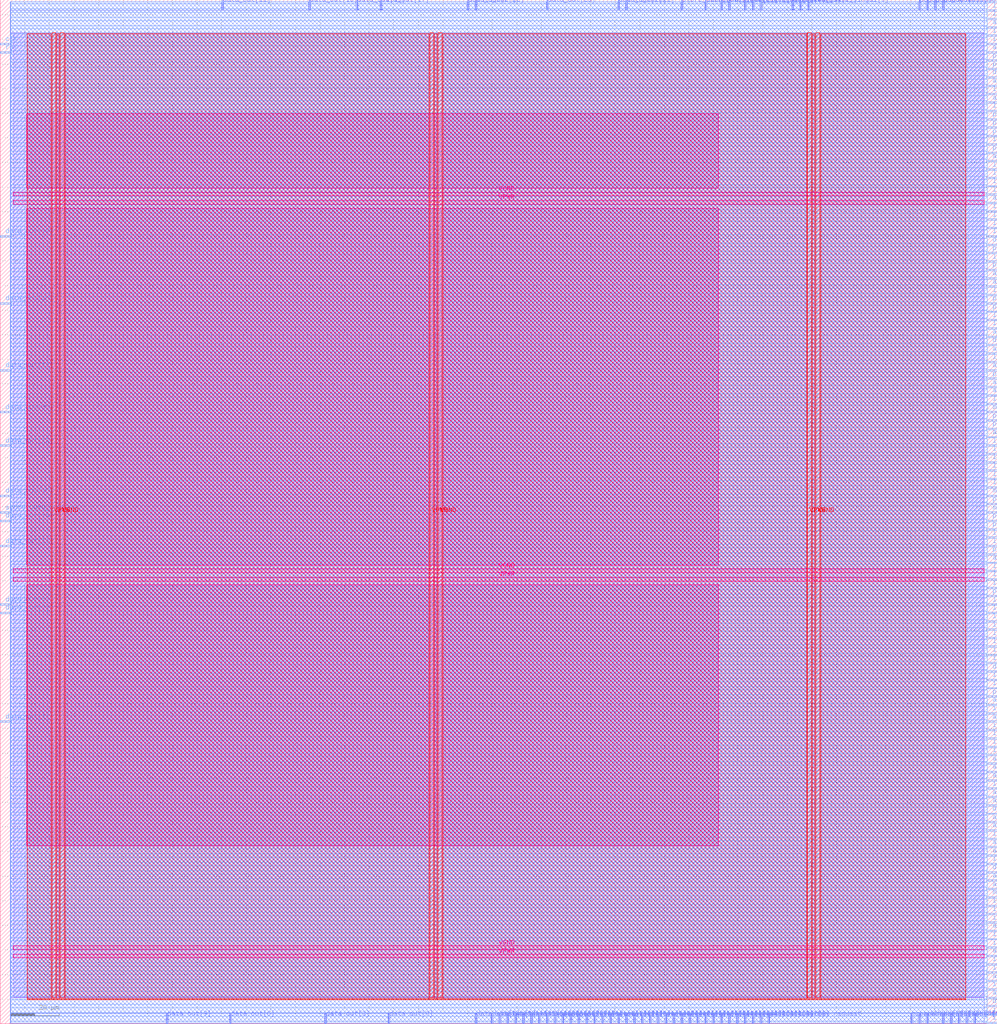
<source format=lef>
VERSION 5.7 ;
  NOWIREEXTENSIONATPIN ON ;
  DIVIDERCHAR "/" ;
  BUSBITCHARS "[]" ;
MACRO core
  CLASS BLOCK ;
  FOREIGN core ;
  ORIGIN 0.000 0.000 ;
  SIZE 405.355 BY 416.075 ;
  PIN VGND
    DIRECTION INOUT ;
    USE GROUND ;
    PORT
      LAYER met4 ;
        RECT 24.340 10.640 25.940 402.800 ;
    END
    PORT
      LAYER met4 ;
        RECT 177.940 10.640 179.540 402.800 ;
    END
    PORT
      LAYER met4 ;
        RECT 331.540 10.640 333.140 402.800 ;
    END
    PORT
      LAYER met5 ;
        RECT 5.280 30.030 399.980 31.630 ;
    END
    PORT
      LAYER met5 ;
        RECT 5.280 183.210 399.980 184.810 ;
    END
    PORT
      LAYER met5 ;
        RECT 5.280 336.390 399.980 337.990 ;
    END
  END VGND
  PIN VPWR
    DIRECTION INOUT ;
    USE POWER ;
    PORT
      LAYER met4 ;
        RECT 21.040 10.640 22.640 402.800 ;
    END
    PORT
      LAYER met4 ;
        RECT 174.640 10.640 176.240 402.800 ;
    END
    PORT
      LAYER met4 ;
        RECT 328.240 10.640 329.840 402.800 ;
    END
    PORT
      LAYER met5 ;
        RECT 5.280 26.730 399.980 28.330 ;
    END
    PORT
      LAYER met5 ;
        RECT 5.280 179.910 399.980 181.510 ;
    END
    PORT
      LAYER met5 ;
        RECT 5.280 333.090 399.980 334.690 ;
    END
  END VPWR
  PIN alu_out_address[0]
    DIRECTION OUTPUT ;
    USE SIGNAL ;
    ANTENNADIFFAREA 0.445500 ;
    PORT
      LAYER met3 ;
        RECT 401.355 394.440 405.355 395.040 ;
    END
  END alu_out_address[0]
  PIN alu_out_address[10]
    DIRECTION OUTPUT ;
    USE SIGNAL ;
    ANTENNADIFFAREA 0.445500 ;
    PORT
      LAYER met3 ;
        RECT 401.355 17.040 405.355 17.640 ;
    END
  END alu_out_address[10]
  PIN alu_out_address[11]
    DIRECTION OUTPUT ;
    USE SIGNAL ;
    ANTENNADIFFAREA 0.445500 ;
    PORT
      LAYER met3 ;
        RECT 401.355 187.040 405.355 187.640 ;
    END
  END alu_out_address[11]
  PIN alu_out_address[12]
    DIRECTION OUTPUT ;
    USE SIGNAL ;
    ANTENNADIFFAREA 0.445500 ;
    PORT
      LAYER met3 ;
        RECT 401.355 27.240 405.355 27.840 ;
    END
  END alu_out_address[12]
  PIN alu_out_address[13]
    DIRECTION OUTPUT ;
    USE SIGNAL ;
    ANTENNADIFFAREA 0.445500 ;
    PORT
      LAYER met3 ;
        RECT 401.355 105.440 405.355 106.040 ;
    END
  END alu_out_address[13]
  PIN alu_out_address[14]
    DIRECTION OUTPUT ;
    USE SIGNAL ;
    ANTENNADIFFAREA 0.445500 ;
    PORT
      LAYER met3 ;
        RECT 401.355 98.640 405.355 99.240 ;
    END
  END alu_out_address[14]
  PIN alu_out_address[15]
    DIRECTION OUTPUT ;
    USE SIGNAL ;
    ANTENNADIFFAREA 0.445500 ;
    PORT
      LAYER met3 ;
        RECT 401.355 88.440 405.355 89.040 ;
    END
  END alu_out_address[15]
  PIN alu_out_address[16]
    DIRECTION OUTPUT ;
    USE SIGNAL ;
    ANTENNADIFFAREA 0.445500 ;
    PORT
      LAYER met3 ;
        RECT 401.355 71.440 405.355 72.040 ;
    END
  END alu_out_address[16]
  PIN alu_out_address[17]
    DIRECTION OUTPUT ;
    USE SIGNAL ;
    ANTENNADIFFAREA 0.445500 ;
    PORT
      LAYER met3 ;
        RECT 401.355 374.040 405.355 374.640 ;
    END
  END alu_out_address[17]
  PIN alu_out_address[18]
    DIRECTION OUTPUT ;
    USE SIGNAL ;
    ANTENNADIFFAREA 0.445500 ;
    PORT
      LAYER met3 ;
        RECT 401.355 81.640 405.355 82.240 ;
    END
  END alu_out_address[18]
  PIN alu_out_address[19]
    DIRECTION OUTPUT ;
    USE SIGNAL ;
    ANTENNADIFFAREA 0.445500 ;
    PORT
      LAYER met3 ;
        RECT 401.355 238.040 405.355 238.640 ;
    END
  END alu_out_address[19]
  PIN alu_out_address[1]
    DIRECTION OUTPUT ;
    USE SIGNAL ;
    ANTENNADIFFAREA 0.445500 ;
    PORT
      LAYER met3 ;
        RECT 401.355 404.640 405.355 405.240 ;
    END
  END alu_out_address[1]
  PIN alu_out_address[20]
    DIRECTION OUTPUT ;
    USE SIGNAL ;
    ANTENNADIFFAREA 0.445500 ;
    PORT
      LAYER met3 ;
        RECT 401.355 37.440 405.355 38.040 ;
    END
  END alu_out_address[20]
  PIN alu_out_address[21]
    DIRECTION OUTPUT ;
    USE SIGNAL ;
    ANTENNADIFFAREA 0.445500 ;
    PORT
      LAYER met3 ;
        RECT 401.355 333.240 405.355 333.840 ;
    END
  END alu_out_address[21]
  PIN alu_out_address[22]
    DIRECTION OUTPUT ;
    USE SIGNAL ;
    ANTENNADIFFAREA 0.445500 ;
    PORT
      LAYER met3 ;
        RECT 401.355 10.240 405.355 10.840 ;
    END
  END alu_out_address[22]
  PIN alu_out_address[23]
    DIRECTION OUTPUT ;
    USE SIGNAL ;
    ANTENNADIFFAREA 0.445500 ;
    PORT
      LAYER met3 ;
        RECT 401.355 302.640 405.355 303.240 ;
    END
  END alu_out_address[23]
  PIN alu_out_address[24]
    DIRECTION OUTPUT ;
    USE SIGNAL ;
    ANTENNADIFFAREA 0.445500 ;
    PORT
      LAYER met3 ;
        RECT 401.355 299.240 405.355 299.840 ;
    END
  END alu_out_address[24]
  PIN alu_out_address[25]
    DIRECTION OUTPUT ;
    USE SIGNAL ;
    ANTENNADIFFAREA 0.445500 ;
    PORT
      LAYER met3 ;
        RECT 401.355 258.440 405.355 259.040 ;
    END
  END alu_out_address[25]
  PIN alu_out_address[26]
    DIRECTION OUTPUT ;
    USE SIGNAL ;
    ANTENNADIFFAREA 0.445500 ;
    PORT
      LAYER met3 ;
        RECT 401.355 350.240 405.355 350.840 ;
    END
  END alu_out_address[26]
  PIN alu_out_address[27]
    DIRECTION OUTPUT ;
    USE SIGNAL ;
    ANTENNADIFFAREA 0.445500 ;
    PORT
      LAYER met3 ;
        RECT 401.355 278.840 405.355 279.440 ;
    END
  END alu_out_address[27]
  PIN alu_out_address[28]
    DIRECTION OUTPUT ;
    USE SIGNAL ;
    ANTENNADIFFAREA 0.445500 ;
    PORT
      LAYER met3 ;
        RECT 401.355 380.840 405.355 381.440 ;
    END
  END alu_out_address[28]
  PIN alu_out_address[29]
    DIRECTION OUTPUT ;
    USE SIGNAL ;
    ANTENNADIFFAREA 0.445500 ;
    PORT
      LAYER met3 ;
        RECT 401.355 272.040 405.355 272.640 ;
    END
  END alu_out_address[29]
  PIN alu_out_address[2]
    DIRECTION OUTPUT ;
    USE SIGNAL ;
    ANTENNADIFFAREA 0.445500 ;
    PORT
      LAYER met3 ;
        RECT 401.355 54.440 405.355 55.040 ;
    END
  END alu_out_address[2]
  PIN alu_out_address[30]
    DIRECTION OUTPUT ;
    USE SIGNAL ;
    ANTENNADIFFAREA 0.445500 ;
    PORT
      LAYER met3 ;
        RECT 401.355 265.240 405.355 265.840 ;
    END
  END alu_out_address[30]
  PIN alu_out_address[31]
    DIRECTION OUTPUT ;
    USE SIGNAL ;
    ANTENNADIFFAREA 0.445500 ;
    PORT
      LAYER met3 ;
        RECT 401.355 255.040 405.355 255.640 ;
    END
  END alu_out_address[31]
  PIN alu_out_address[3]
    DIRECTION OUTPUT ;
    USE SIGNAL ;
    ANTENNADIFFAREA 0.445500 ;
    PORT
      LAYER met3 ;
        RECT 401.355 129.240 405.355 129.840 ;
    END
  END alu_out_address[3]
  PIN alu_out_address[4]
    DIRECTION OUTPUT ;
    USE SIGNAL ;
    ANTENNADIFFAREA 0.445500 ;
    PORT
      LAYER met3 ;
        RECT 401.355 57.840 405.355 58.440 ;
    END
  END alu_out_address[4]
  PIN alu_out_address[5]
    DIRECTION OUTPUT ;
    USE SIGNAL ;
    ANTENNADIFFAREA 0.445500 ;
    PORT
      LAYER met3 ;
        RECT 401.355 68.040 405.355 68.640 ;
    END
  END alu_out_address[5]
  PIN alu_out_address[6]
    DIRECTION OUTPUT ;
    USE SIGNAL ;
    ANTENNADIFFAREA 0.445500 ;
    PORT
      LAYER met3 ;
        RECT 401.355 78.240 405.355 78.840 ;
    END
  END alu_out_address[6]
  PIN alu_out_address[7]
    DIRECTION OUTPUT ;
    USE SIGNAL ;
    ANTENNADIFFAREA 0.445500 ;
    PORT
      LAYER met3 ;
        RECT 401.355 102.040 405.355 102.640 ;
    END
  END alu_out_address[7]
  PIN alu_out_address[8]
    DIRECTION OUTPUT ;
    USE SIGNAL ;
    ANTENNADIFFAREA 0.445500 ;
    PORT
      LAYER met3 ;
        RECT 401.355 91.840 405.355 92.440 ;
    END
  END alu_out_address[8]
  PIN alu_out_address[9]
    DIRECTION OUTPUT ;
    USE SIGNAL ;
    ANTENNADIFFAREA 0.445500 ;
    PORT
      LAYER met3 ;
        RECT 401.355 122.440 405.355 123.040 ;
    END
  END alu_out_address[9]
  PIN clk
    DIRECTION INPUT ;
    USE SIGNAL ;
    ANTENNAGATEAREA 178.238998 ;
    PORT
      LAYER met3 ;
        RECT 0.000 397.840 4.000 398.440 ;
    END
  END clk
  PIN data_mem_request
    DIRECTION OUTPUT ;
    USE SIGNAL ;
    ANTENNADIFFAREA 0.445500 ;
    PORT
      LAYER met3 ;
        RECT 401.355 85.040 405.355 85.640 ;
    END
  END data_mem_request
  PIN data_mem_valid
    DIRECTION INPUT ;
    USE SIGNAL ;
    ANTENNAGATEAREA 0.196500 ;
    PORT
      LAYER met3 ;
        RECT 401.355 142.840 405.355 143.440 ;
    END
  END data_mem_valid
  PIN data_mem_we_re
    DIRECTION OUTPUT ;
    USE SIGNAL ;
    ANTENNADIFFAREA 0.445500 ;
    PORT
      LAYER met3 ;
        RECT 401.355 61.240 405.355 61.840 ;
    END
  END data_mem_we_re
  PIN data_out[0]
    DIRECTION OUTPUT ;
    USE SIGNAL ;
    ANTENNADIFFAREA 0.445500 ;
    PORT
      LAYER met2 ;
        RECT 157.870 0.000 158.150 4.000 ;
    END
  END data_out[0]
  PIN data_out[10]
    DIRECTION OUTPUT ;
    USE SIGNAL ;
    ANTENNADIFFAREA 0.445500 ;
    PORT
      LAYER met3 ;
        RECT 0.000 292.440 4.000 293.040 ;
    END
  END data_out[10]
  PIN data_out[11]
    DIRECTION OUTPUT ;
    USE SIGNAL ;
    ANTENNADIFFAREA 0.795200 ;
    PORT
      LAYER met2 ;
        RECT 90.250 412.075 90.530 416.075 ;
    END
  END data_out[11]
  PIN data_out[12]
    DIRECTION OUTPUT ;
    USE SIGNAL ;
    ANTENNADIFFAREA 0.445500 ;
    PORT
      LAYER met3 ;
        RECT 0.000 265.240 4.000 265.840 ;
    END
  END data_out[12]
  PIN data_out[13]
    DIRECTION OUTPUT ;
    USE SIGNAL ;
    ANTENNADIFFAREA 0.795200 ;
    PORT
      LAYER met2 ;
        RECT 144.990 412.075 145.270 416.075 ;
    END
  END data_out[13]
  PIN data_out[14]
    DIRECTION OUTPUT ;
    USE SIGNAL ;
    ANTENNADIFFAREA 0.445500 ;
    PORT
      LAYER met3 ;
        RECT 0.000 204.040 4.000 204.640 ;
    END
  END data_out[14]
  PIN data_out[15]
    DIRECTION OUTPUT ;
    USE SIGNAL ;
    ANTENNADIFFAREA 0.445500 ;
    PORT
      LAYER met3 ;
        RECT 0.000 214.240 4.000 214.840 ;
    END
  END data_out[15]
  PIN data_out[16]
    DIRECTION OUTPUT ;
    USE SIGNAL ;
    ANTENNADIFFAREA 0.795200 ;
    PORT
      LAYER met2 ;
        RECT 125.670 412.075 125.950 416.075 ;
    END
  END data_out[16]
  PIN data_out[17]
    DIRECTION OUTPUT ;
    USE SIGNAL ;
    ANTENNADIFFAREA 0.795200 ;
    PORT
      LAYER met2 ;
        RECT 154.650 412.075 154.930 416.075 ;
    END
  END data_out[17]
  PIN data_out[18]
    DIRECTION OUTPUT ;
    USE SIGNAL ;
    ANTENNADIFFAREA 0.445500 ;
    PORT
      LAYER met3 ;
        RECT 0.000 234.640 4.000 235.240 ;
    END
  END data_out[18]
  PIN data_out[19]
    DIRECTION OUTPUT ;
    USE SIGNAL ;
    ANTENNADIFFAREA 0.445500 ;
    PORT
      LAYER met3 ;
        RECT 0.000 319.640 4.000 320.240 ;
    END
  END data_out[19]
  PIN data_out[1]
    DIRECTION OUTPUT ;
    USE SIGNAL ;
    ANTENNADIFFAREA 0.445500 ;
    PORT
      LAYER met2 ;
        RECT 199.730 0.000 200.010 4.000 ;
    END
  END data_out[1]
  PIN data_out[20]
    DIRECTION OUTPUT ;
    USE SIGNAL ;
    ANTENNADIFFAREA 0.445500 ;
    PORT
      LAYER met3 ;
        RECT 401.355 316.240 405.355 316.840 ;
    END
  END data_out[20]
  PIN data_out[21]
    DIRECTION OUTPUT ;
    USE SIGNAL ;
    ANTENNADIFFAREA 0.795200 ;
    PORT
      LAYER met2 ;
        RECT 254.470 412.075 254.750 416.075 ;
    END
  END data_out[21]
  PIN data_out[22]
    DIRECTION OUTPUT ;
    USE SIGNAL ;
    ANTENNADIFFAREA 0.795200 ;
    PORT
      LAYER met2 ;
        RECT 193.290 412.075 193.570 416.075 ;
    END
  END data_out[22]
  PIN data_out[23]
    DIRECTION OUTPUT ;
    USE SIGNAL ;
    ANTENNADIFFAREA 0.795200 ;
    PORT
      LAYER met2 ;
        RECT 222.270 412.075 222.550 416.075 ;
    END
  END data_out[23]
  PIN data_out[24]
    DIRECTION OUTPUT ;
    USE SIGNAL ;
    ANTENNADIFFAREA 0.891000 ;
    PORT
      LAYER met3 ;
        RECT 401.355 275.440 405.355 276.040 ;
    END
  END data_out[24]
  PIN data_out[25]
    DIRECTION OUTPUT ;
    USE SIGNAL ;
    ANTENNADIFFAREA 0.445500 ;
    PORT
      LAYER met3 ;
        RECT 401.355 384.240 405.355 384.840 ;
    END
  END data_out[25]
  PIN data_out[26]
    DIRECTION OUTPUT ;
    USE SIGNAL ;
    ANTENNADIFFAREA 0.795200 ;
    PORT
      LAYER met2 ;
        RECT 251.250 412.075 251.530 416.075 ;
    END
  END data_out[26]
  PIN data_out[27]
    DIRECTION OUTPUT ;
    USE SIGNAL ;
    ANTENNADIFFAREA 0.795200 ;
    PORT
      LAYER met2 ;
        RECT 190.070 412.075 190.350 416.075 ;
    END
  END data_out[27]
  PIN data_out[28]
    DIRECTION OUTPUT ;
    USE SIGNAL ;
    ANTENNADIFFAREA 0.795200 ;
    PORT
      LAYER met2 ;
        RECT 322.090 412.075 322.370 416.075 ;
    END
  END data_out[28]
  PIN data_out[29]
    DIRECTION OUTPUT ;
    USE SIGNAL ;
    ANTENNADIFFAREA 0.795200 ;
    PORT
      LAYER met2 ;
        RECT 328.530 412.075 328.810 416.075 ;
    END
  END data_out[29]
  PIN data_out[2]
    DIRECTION OUTPUT ;
    USE SIGNAL ;
    ANTENNADIFFAREA 0.445500 ;
    PORT
      LAYER met2 ;
        RECT 193.290 0.000 193.570 4.000 ;
    END
  END data_out[2]
  PIN data_out[30]
    DIRECTION OUTPUT ;
    USE SIGNAL ;
    ANTENNADIFFAREA 1.782000 ;
    PORT
      LAYER met3 ;
        RECT 0.000 248.240 4.000 248.840 ;
    END
  END data_out[30]
  PIN data_out[31]
    DIRECTION OUTPUT ;
    USE SIGNAL ;
    ANTENNADIFFAREA 0.891000 ;
    PORT
      LAYER met3 ;
        RECT 0.000 193.840 4.000 194.440 ;
    END
  END data_out[31]
  PIN data_out[3]
    DIRECTION OUTPUT ;
    USE SIGNAL ;
    ANTENNADIFFAREA 0.445500 ;
    PORT
      LAYER met2 ;
        RECT 132.110 0.000 132.390 4.000 ;
    END
  END data_out[3]
  PIN data_out[4]
    DIRECTION OUTPUT ;
    USE SIGNAL ;
    ANTENNADIFFAREA 0.445500 ;
    PORT
      LAYER met3 ;
        RECT 0.000 122.440 4.000 123.040 ;
    END
  END data_out[4]
  PIN data_out[5]
    DIRECTION OUTPUT ;
    USE SIGNAL ;
    ANTENNADIFFAREA 0.445500 ;
    PORT
      LAYER met3 ;
        RECT 0.000 170.040 4.000 170.640 ;
    END
  END data_out[5]
  PIN data_out[6]
    DIRECTION OUTPUT ;
    USE SIGNAL ;
    ANTENNADIFFAREA 0.445500 ;
    PORT
      LAYER met2 ;
        RECT 93.470 0.000 93.750 4.000 ;
    END
  END data_out[6]
  PIN data_out[7]
    DIRECTION OUTPUT ;
    USE SIGNAL ;
    ANTENNADIFFAREA 0.445500 ;
    PORT
      LAYER met3 ;
        RECT 0.000 166.640 4.000 167.240 ;
    END
  END data_out[7]
  PIN data_out[8]
    DIRECTION OUTPUT ;
    USE SIGNAL ;
    ANTENNADIFFAREA 0.445500 ;
    PORT
      LAYER met3 ;
        RECT 401.355 6.840 405.355 7.440 ;
    END
  END data_out[8]
  PIN data_out[9]
    DIRECTION OUTPUT ;
    USE SIGNAL ;
    ANTENNADIFFAREA 0.445500 ;
    PORT
      LAYER met2 ;
        RECT 67.710 0.000 67.990 4.000 ;
    END
  END data_out[9]
  PIN instruc_mask_singal[0]
    DIRECTION OUTPUT ;
    USE SIGNAL ;
    PORT
      LAYER met2 ;
        RECT 325.310 412.075 325.590 416.075 ;
    END
  END instruc_mask_singal[0]
  PIN instruc_mask_singal[1]
    DIRECTION OUTPUT ;
    USE SIGNAL ;
    PORT
      LAYER met3 ;
        RECT 401.355 397.840 405.355 398.440 ;
    END
  END instruc_mask_singal[1]
  PIN instruc_mask_singal[2]
    DIRECTION OUTPUT ;
    USE SIGNAL ;
    PORT
      LAYER met3 ;
        RECT 401.355 329.840 405.355 330.440 ;
    END
  END instruc_mask_singal[2]
  PIN instruc_mask_singal[3]
    DIRECTION OUTPUT ;
    USE SIGNAL ;
    PORT
      LAYER met3 ;
        RECT 401.355 13.640 405.355 14.240 ;
    END
  END instruc_mask_singal[3]
  PIN instruc_mem_valid
    DIRECTION INPUT ;
    USE SIGNAL ;
    ANTENNAGATEAREA 0.213000 ;
    PORT
      LAYER met3 ;
        RECT 401.355 47.640 405.355 48.240 ;
    END
  END instruc_mem_valid
  PIN instruction[0]
    DIRECTION INPUT ;
    USE SIGNAL ;
    ANTENNAGATEAREA 0.213000 ;
    PORT
      LAYER met3 ;
        RECT 401.355 44.240 405.355 44.840 ;
    END
  END instruction[0]
  PIN instruction[10]
    DIRECTION INPUT ;
    USE SIGNAL ;
    ANTENNAGATEAREA 0.213000 ;
    PORT
      LAYER met3 ;
        RECT 401.355 30.640 405.355 31.240 ;
    END
  END instruction[10]
  PIN instruction[11]
    DIRECTION INPUT ;
    USE SIGNAL ;
    ANTENNAGATEAREA 0.213000 ;
    PORT
      LAYER met3 ;
        RECT 401.355 20.440 405.355 21.040 ;
    END
  END instruction[11]
  PIN instruction[12]
    DIRECTION INPUT ;
    USE SIGNAL ;
    ANTENNAGATEAREA 0.196500 ;
    PORT
      LAYER met3 ;
        RECT 401.355 159.840 405.355 160.440 ;
    END
  END instruction[12]
  PIN instruction[13]
    DIRECTION INPUT ;
    USE SIGNAL ;
    ANTENNAGATEAREA 0.213000 ;
    PORT
      LAYER met3 ;
        RECT 401.355 95.240 405.355 95.840 ;
    END
  END instruction[13]
  PIN instruction[14]
    DIRECTION INPUT ;
    USE SIGNAL ;
    ANTENNAGATEAREA 0.213000 ;
    PORT
      LAYER met3 ;
        RECT 401.355 23.840 405.355 24.440 ;
    END
  END instruction[14]
  PIN instruction[15]
    DIRECTION INPUT ;
    USE SIGNAL ;
    ANTENNAGATEAREA 0.196500 ;
    PORT
      LAYER met2 ;
        RECT 215.830 0.000 216.110 4.000 ;
    END
  END instruction[15]
  PIN instruction[16]
    DIRECTION INPUT ;
    USE SIGNAL ;
    ANTENNAGATEAREA 0.196500 ;
    PORT
      LAYER met2 ;
        RECT 209.390 0.000 209.670 4.000 ;
    END
  END instruction[16]
  PIN instruction[17]
    DIRECTION INPUT ;
    USE SIGNAL ;
    ANTENNAGATEAREA 0.196500 ;
    PORT
      LAYER met2 ;
        RECT 202.950 0.000 203.230 4.000 ;
    END
  END instruction[17]
  PIN instruction[18]
    DIRECTION INPUT ;
    USE SIGNAL ;
    ANTENNAGATEAREA 0.196500 ;
    PORT
      LAYER met2 ;
        RECT 248.030 0.000 248.310 4.000 ;
    END
  END instruction[18]
  PIN instruction[19]
    DIRECTION INPUT ;
    USE SIGNAL ;
    ANTENNAGATEAREA 0.196500 ;
    PORT
      LAYER met2 ;
        RECT 219.050 0.000 219.330 4.000 ;
    END
  END instruction[19]
  PIN instruction[1]
    DIRECTION INPUT ;
    USE SIGNAL ;
    ANTENNAGATEAREA 0.213000 ;
    PORT
      LAYER met3 ;
        RECT 401.355 34.040 405.355 34.640 ;
    END
  END instruction[1]
  PIN instruction[20]
    DIRECTION INPUT ;
    USE SIGNAL ;
    ANTENNAGATEAREA 0.196500 ;
    PORT
      LAYER met2 ;
        RECT 244.810 0.000 245.090 4.000 ;
    END
  END instruction[20]
  PIN instruction[21]
    DIRECTION INPUT ;
    USE SIGNAL ;
    ANTENNAGATEAREA 0.196500 ;
    PORT
      LAYER met2 ;
        RECT 228.710 0.000 228.990 4.000 ;
    END
  END instruction[21]
  PIN instruction[22]
    DIRECTION INPUT ;
    USE SIGNAL ;
    ANTENNAGATEAREA 0.196500 ;
    PORT
      LAYER met2 ;
        RECT 222.270 0.000 222.550 4.000 ;
    END
  END instruction[22]
  PIN instruction[23]
    DIRECTION INPUT ;
    USE SIGNAL ;
    ANTENNAGATEAREA 0.196500 ;
    PORT
      LAYER met2 ;
        RECT 212.610 0.000 212.890 4.000 ;
    END
  END instruction[23]
  PIN instruction[24]
    DIRECTION INPUT ;
    USE SIGNAL ;
    ANTENNAGATEAREA 0.196500 ;
    PORT
      LAYER met2 ;
        RECT 225.490 0.000 225.770 4.000 ;
    END
  END instruction[24]
  PIN instruction[25]
    DIRECTION INPUT ;
    USE SIGNAL ;
    ANTENNAGATEAREA 0.196500 ;
    PORT
      LAYER met3 ;
        RECT 401.355 112.240 405.355 112.840 ;
    END
  END instruction[25]
  PIN instruction[26]
    DIRECTION INPUT ;
    USE SIGNAL ;
    ANTENNAGATEAREA 0.196500 ;
    PORT
      LAYER met3 ;
        RECT 401.355 146.240 405.355 146.840 ;
    END
  END instruction[26]
  PIN instruction[27]
    DIRECTION INPUT ;
    USE SIGNAL ;
    ANTENNAGATEAREA 0.196500 ;
    PORT
      LAYER met3 ;
        RECT 401.355 115.640 405.355 116.240 ;
    END
  END instruction[27]
  PIN instruction[28]
    DIRECTION INPUT ;
    USE SIGNAL ;
    ANTENNAGATEAREA 0.196500 ;
    PORT
      LAYER met3 ;
        RECT 401.355 136.040 405.355 136.640 ;
    END
  END instruction[28]
  PIN instruction[29]
    DIRECTION INPUT ;
    USE SIGNAL ;
    ANTENNAGATEAREA 0.196500 ;
    PORT
      LAYER met3 ;
        RECT 401.355 119.040 405.355 119.640 ;
    END
  END instruction[29]
  PIN instruction[2]
    DIRECTION INPUT ;
    USE SIGNAL ;
    ANTENNAGATEAREA 0.196500 ;
    PORT
      LAYER met3 ;
        RECT 401.355 227.840 405.355 228.440 ;
    END
  END instruction[2]
  PIN instruction[30]
    DIRECTION INPUT ;
    USE SIGNAL ;
    ANTENNAGATEAREA 0.213000 ;
    PORT
      LAYER met3 ;
        RECT 401.355 74.840 405.355 75.440 ;
    END
  END instruction[30]
  PIN instruction[31]
    DIRECTION INPUT ;
    USE SIGNAL ;
    ANTENNAGATEAREA 0.196500 ;
    PORT
      LAYER met3 ;
        RECT 401.355 125.840 405.355 126.440 ;
    END
  END instruction[31]
  PIN instruction[3]
    DIRECTION INPUT ;
    USE SIGNAL ;
    ANTENNAGATEAREA 0.213000 ;
    PORT
      LAYER met3 ;
        RECT 401.355 40.840 405.355 41.440 ;
    END
  END instruction[3]
  PIN instruction[4]
    DIRECTION INPUT ;
    USE SIGNAL ;
    ANTENNAGATEAREA 0.196500 ;
    PORT
      LAYER met3 ;
        RECT 401.355 108.840 405.355 109.440 ;
    END
  END instruction[4]
  PIN instruction[5]
    DIRECTION INPUT ;
    USE SIGNAL ;
    ANTENNAGATEAREA 0.196500 ;
    PORT
      LAYER met3 ;
        RECT 401.355 139.440 405.355 140.040 ;
    END
  END instruction[5]
  PIN instruction[6]
    DIRECTION INPUT ;
    USE SIGNAL ;
    ANTENNAGATEAREA 0.196500 ;
    PORT
      LAYER met3 ;
        RECT 401.355 149.640 405.355 150.240 ;
    END
  END instruction[6]
  PIN instruction[7]
    DIRECTION INPUT ;
    USE SIGNAL ;
    ANTENNAGATEAREA 0.159000 ;
    PORT
      LAYER met3 ;
        RECT 401.355 3.440 405.355 4.040 ;
    END
  END instruction[7]
  PIN instruction[8]
    DIRECTION INPUT ;
    USE SIGNAL ;
    ANTENNAGATEAREA 0.196500 ;
    PORT
      LAYER met3 ;
        RECT 401.355 176.840 405.355 177.440 ;
    END
  END instruction[8]
  PIN instruction[9]
    DIRECTION INPUT ;
    USE SIGNAL ;
    ANTENNAGATEAREA 0.213000 ;
    PORT
      LAYER met3 ;
        RECT 401.355 64.640 405.355 65.240 ;
    END
  END instruction[9]
  PIN instruction_mem_request
    DIRECTION OUTPUT ;
    USE SIGNAL ;
    ANTENNADIFFAREA 0.445500 ;
    PORT
      LAYER met2 ;
        RECT 312.430 0.000 312.710 4.000 ;
    END
  END instruction_mem_request
  PIN instruction_mem_we_re
    DIRECTION OUTPUT ;
    USE SIGNAL ;
    PORT
      LAYER met3 ;
        RECT 401.355 401.240 405.355 401.840 ;
    END
  END instruction_mem_we_re
  PIN load_data_in[0]
    DIRECTION INPUT ;
    USE SIGNAL ;
    ANTENNAGATEAREA 0.196500 ;
    PORT
      LAYER met3 ;
        RECT 401.355 183.640 405.355 184.240 ;
    END
  END load_data_in[0]
  PIN load_data_in[10]
    DIRECTION INPUT ;
    USE SIGNAL ;
    ANTENNAGATEAREA 0.126000 ;
    PORT
      LAYER met3 ;
        RECT 401.355 193.840 405.355 194.440 ;
    END
  END load_data_in[10]
  PIN load_data_in[11]
    DIRECTION INPUT ;
    USE SIGNAL ;
    ANTENNAGATEAREA 0.213000 ;
    PORT
      LAYER met3 ;
        RECT 401.355 224.440 405.355 225.040 ;
    END
  END load_data_in[11]
  PIN load_data_in[12]
    DIRECTION INPUT ;
    USE SIGNAL ;
    ANTENNAGATEAREA 0.213000 ;
    PORT
      LAYER met3 ;
        RECT 401.355 217.640 405.355 218.240 ;
    END
  END load_data_in[12]
  PIN load_data_in[13]
    DIRECTION INPUT ;
    USE SIGNAL ;
    ANTENNAGATEAREA 0.159000 ;
    PORT
      LAYER met3 ;
        RECT 401.355 346.840 405.355 347.440 ;
    END
  END load_data_in[13]
  PIN load_data_in[14]
    DIRECTION INPUT ;
    USE SIGNAL ;
    ANTENNAGATEAREA 0.159000 ;
    PORT
      LAYER met3 ;
        RECT 401.355 408.040 405.355 408.640 ;
    END
  END load_data_in[14]
  PIN load_data_in[15]
    DIRECTION INPUT ;
    USE SIGNAL ;
    ANTENNAGATEAREA 0.213000 ;
    PORT
      LAYER met3 ;
        RECT 401.355 377.440 405.355 378.040 ;
    END
  END load_data_in[15]
  PIN load_data_in[16]
    DIRECTION INPUT ;
    USE SIGNAL ;
    ANTENNAGATEAREA 0.196500 ;
    PORT
      LAYER met3 ;
        RECT 401.355 231.240 405.355 231.840 ;
    END
  END load_data_in[16]
  PIN load_data_in[17]
    DIRECTION INPUT ;
    USE SIGNAL ;
    ANTENNAGATEAREA 0.126000 ;
    ANTENNADIFFAREA 0.434700 ;
    PORT
      LAYER met3 ;
        RECT 401.355 268.640 405.355 269.240 ;
    END
  END load_data_in[17]
  PIN load_data_in[18]
    DIRECTION INPUT ;
    USE SIGNAL ;
    ANTENNAGATEAREA 0.213000 ;
    PORT
      LAYER met3 ;
        RECT 401.355 343.440 405.355 344.040 ;
    END
  END load_data_in[18]
  PIN load_data_in[19]
    DIRECTION INPUT ;
    USE SIGNAL ;
    ANTENNAGATEAREA 0.196500 ;
    PORT
      LAYER met3 ;
        RECT 401.355 234.640 405.355 235.240 ;
    END
  END load_data_in[19]
  PIN load_data_in[1]
    DIRECTION INPUT ;
    USE SIGNAL ;
    ANTENNAGATEAREA 0.196500 ;
    PORT
      LAYER met3 ;
        RECT 401.355 180.240 405.355 180.840 ;
    END
  END load_data_in[1]
  PIN load_data_in[20]
    DIRECTION INPUT ;
    USE SIGNAL ;
    ANTENNAGATEAREA 0.196500 ;
    PORT
      LAYER met3 ;
        RECT 401.355 251.640 405.355 252.240 ;
    END
  END load_data_in[20]
  PIN load_data_in[21]
    DIRECTION INPUT ;
    USE SIGNAL ;
    ANTENNAGATEAREA 0.213000 ;
    PORT
      LAYER met3 ;
        RECT 401.355 323.040 405.355 323.640 ;
    END
  END load_data_in[21]
  PIN load_data_in[22]
    DIRECTION INPUT ;
    USE SIGNAL ;
    ANTENNAGATEAREA 0.213000 ;
    PORT
      LAYER met3 ;
        RECT 401.355 357.040 405.355 357.640 ;
    END
  END load_data_in[22]
  PIN load_data_in[23]
    DIRECTION INPUT ;
    USE SIGNAL ;
    ANTENNAGATEAREA 0.159000 ;
    PORT
      LAYER met3 ;
        RECT 401.355 411.440 405.355 412.040 ;
    END
  END load_data_in[23]
  PIN load_data_in[24]
    DIRECTION INPUT ;
    USE SIGNAL ;
    ANTENNAGATEAREA 0.196500 ;
    PORT
      LAYER met3 ;
        RECT 401.355 295.840 405.355 296.440 ;
    END
  END load_data_in[24]
  PIN load_data_in[25]
    DIRECTION INPUT ;
    USE SIGNAL ;
    ANTENNAGATEAREA 0.196500 ;
    PORT
      LAYER met3 ;
        RECT 401.355 282.240 405.355 282.840 ;
    END
  END load_data_in[25]
  PIN load_data_in[26]
    DIRECTION INPUT ;
    USE SIGNAL ;
    ANTENNAGATEAREA 0.196500 ;
    PORT
      LAYER met3 ;
        RECT 401.355 309.440 405.355 310.040 ;
    END
  END load_data_in[26]
  PIN load_data_in[27]
    DIRECTION INPUT ;
    USE SIGNAL ;
    ANTENNAGATEAREA 0.126000 ;
    PORT
      LAYER met3 ;
        RECT 401.355 370.640 405.355 371.240 ;
    END
  END load_data_in[27]
  PIN load_data_in[28]
    DIRECTION INPUT ;
    USE SIGNAL ;
    ANTENNAGATEAREA 0.196500 ;
    PORT
      LAYER met3 ;
        RECT 401.355 285.640 405.355 286.240 ;
    END
  END load_data_in[28]
  PIN load_data_in[29]
    DIRECTION INPUT ;
    USE SIGNAL ;
    ANTENNAGATEAREA 0.126000 ;
    PORT
      LAYER met3 ;
        RECT 401.355 340.040 405.355 340.640 ;
    END
  END load_data_in[29]
  PIN load_data_in[2]
    DIRECTION INPUT ;
    USE SIGNAL ;
    ANTENNAGATEAREA 0.196500 ;
    PORT
      LAYER met3 ;
        RECT 401.355 153.040 405.355 153.640 ;
    END
  END load_data_in[2]
  PIN load_data_in[30]
    DIRECTION INPUT ;
    USE SIGNAL ;
    ANTENNAGATEAREA 0.196500 ;
    PORT
      LAYER met3 ;
        RECT 401.355 319.640 405.355 320.240 ;
    END
  END load_data_in[30]
  PIN load_data_in[31]
    DIRECTION INPUT ;
    USE SIGNAL ;
    ANTENNAGATEAREA 0.126000 ;
    ANTENNADIFFAREA 0.434700 ;
    PORT
      LAYER met3 ;
        RECT 401.355 336.640 405.355 337.240 ;
    END
  END load_data_in[31]
  PIN load_data_in[3]
    DIRECTION INPUT ;
    USE SIGNAL ;
    ANTENNAGATEAREA 0.196500 ;
    PORT
      LAYER met3 ;
        RECT 401.355 156.440 405.355 157.040 ;
    END
  END load_data_in[3]
  PIN load_data_in[4]
    DIRECTION INPUT ;
    USE SIGNAL ;
    ANTENNAGATEAREA 0.196500 ;
    PORT
      LAYER met3 ;
        RECT 401.355 163.240 405.355 163.840 ;
    END
  END load_data_in[4]
  PIN load_data_in[5]
    DIRECTION INPUT ;
    USE SIGNAL ;
    ANTENNAGATEAREA 0.196500 ;
    PORT
      LAYER met3 ;
        RECT 401.355 166.640 405.355 167.240 ;
    END
  END load_data_in[5]
  PIN load_data_in[6]
    DIRECTION INPUT ;
    USE SIGNAL ;
    ANTENNAGATEAREA 0.196500 ;
    PORT
      LAYER met3 ;
        RECT 401.355 170.040 405.355 170.640 ;
    END
  END load_data_in[6]
  PIN load_data_in[7]
    DIRECTION INPUT ;
    USE SIGNAL ;
    ANTENNAGATEAREA 0.159000 ;
    PORT
      LAYER met3 ;
        RECT 401.355 326.440 405.355 327.040 ;
    END
  END load_data_in[7]
  PIN load_data_in[8]
    DIRECTION INPUT ;
    USE SIGNAL ;
    ANTENNAGATEAREA 0.126000 ;
    PORT
      LAYER met3 ;
        RECT 401.355 197.240 405.355 197.840 ;
    END
  END load_data_in[8]
  PIN load_data_in[9]
    DIRECTION INPUT ;
    USE SIGNAL ;
    ANTENNAGATEAREA 0.213000 ;
    PORT
      LAYER met3 ;
        RECT 401.355 221.040 405.355 221.640 ;
    END
  END load_data_in[9]
  PIN load_signal
    DIRECTION OUTPUT ;
    USE SIGNAL ;
    ANTENNADIFFAREA 0.795200 ;
    PORT
      LAYER met3 ;
        RECT 401.355 0.040 405.355 0.640 ;
    END
  END load_signal
  PIN mask_singal[0]
    DIRECTION OUTPUT ;
    USE SIGNAL ;
    ANTENNADIFFAREA 0.445500 ;
    PORT
      LAYER met3 ;
        RECT 401.355 51.040 405.355 51.640 ;
    END
  END mask_singal[0]
  PIN mask_singal[1]
    DIRECTION OUTPUT ;
    USE SIGNAL ;
    ANTENNADIFFAREA 0.445500 ;
    PORT
      LAYER met3 ;
        RECT 401.355 214.240 405.355 214.840 ;
    END
  END mask_singal[1]
  PIN mask_singal[2]
    DIRECTION OUTPUT ;
    USE SIGNAL ;
    ANTENNADIFFAREA 0.445500 ;
    PORT
      LAYER met3 ;
        RECT 401.355 248.240 405.355 248.840 ;
    END
  END mask_singal[2]
  PIN mask_singal[3]
    DIRECTION OUTPUT ;
    USE SIGNAL ;
    ANTENNADIFFAREA 0.445500 ;
    PORT
      LAYER met3 ;
        RECT 401.355 207.440 405.355 208.040 ;
    END
  END mask_singal[3]
  PIN pc_address[0]
    DIRECTION OUTPUT ;
    USE SIGNAL ;
    ANTENNADIFFAREA 0.445500 ;
    PORT
      LAYER met3 ;
        RECT 401.355 132.640 405.355 133.240 ;
    END
  END pc_address[0]
  PIN pc_address[10]
    DIRECTION OUTPUT ;
    USE SIGNAL ;
    ANTENNADIFFAREA 0.445500 ;
    PORT
      LAYER met3 ;
        RECT 401.355 190.440 405.355 191.040 ;
    END
  END pc_address[10]
  PIN pc_address[11]
    DIRECTION OUTPUT ;
    USE SIGNAL ;
    ANTENNADIFFAREA 0.445500 ;
    PORT
      LAYER met3 ;
        RECT 401.355 204.040 405.355 204.640 ;
    END
  END pc_address[11]
  PIN pc_address[12]
    DIRECTION OUTPUT ;
    USE SIGNAL ;
    ANTENNADIFFAREA 0.445500 ;
    PORT
      LAYER met3 ;
        RECT 401.355 200.640 405.355 201.240 ;
    END
  END pc_address[12]
  PIN pc_address[13]
    DIRECTION OUTPUT ;
    USE SIGNAL ;
    ANTENNADIFFAREA 0.445500 ;
    PORT
      LAYER met3 ;
        RECT 401.355 210.840 405.355 211.440 ;
    END
  END pc_address[13]
  PIN pc_address[14]
    DIRECTION OUTPUT ;
    USE SIGNAL ;
    ANTENNADIFFAREA 0.445500 ;
    PORT
      LAYER met3 ;
        RECT 401.355 391.040 405.355 391.640 ;
    END
  END pc_address[14]
  PIN pc_address[15]
    DIRECTION OUTPUT ;
    USE SIGNAL ;
    ANTENNADIFFAREA 0.445500 ;
    PORT
      LAYER met3 ;
        RECT 401.355 387.640 405.355 388.240 ;
    END
  END pc_address[15]
  PIN pc_address[16]
    DIRECTION OUTPUT ;
    USE SIGNAL ;
    ANTENNADIFFAREA 0.445500 ;
    PORT
      LAYER met3 ;
        RECT 401.355 353.640 405.355 354.240 ;
    END
  END pc_address[16]
  PIN pc_address[17]
    DIRECTION OUTPUT ;
    USE SIGNAL ;
    ANTENNADIFFAREA 0.445500 ;
    PORT
      LAYER met3 ;
        RECT 401.355 241.440 405.355 242.040 ;
    END
  END pc_address[17]
  PIN pc_address[18]
    DIRECTION OUTPUT ;
    USE SIGNAL ;
    ANTENNADIFFAREA 0.445500 ;
    PORT
      LAYER met3 ;
        RECT 401.355 244.840 405.355 245.440 ;
    END
  END pc_address[18]
  PIN pc_address[19]
    DIRECTION OUTPUT ;
    USE SIGNAL ;
    ANTENNADIFFAREA 0.445500 ;
    PORT
      LAYER met3 ;
        RECT 401.355 261.840 405.355 262.440 ;
    END
  END pc_address[19]
  PIN pc_address[1]
    DIRECTION OUTPUT ;
    USE SIGNAL ;
    ANTENNADIFFAREA 0.445500 ;
    PORT
      LAYER met3 ;
        RECT 401.355 173.440 405.355 174.040 ;
    END
  END pc_address[1]
  PIN pc_address[20]
    DIRECTION OUTPUT ;
    USE SIGNAL ;
    ANTENNADIFFAREA 0.445500 ;
    PORT
      LAYER met3 ;
        RECT 401.355 363.840 405.355 364.440 ;
    END
  END pc_address[20]
  PIN pc_address[21]
    DIRECTION OUTPUT ;
    USE SIGNAL ;
    ANTENNADIFFAREA 0.445500 ;
    PORT
      LAYER met3 ;
        RECT 401.355 289.040 405.355 289.640 ;
    END
  END pc_address[21]
  PIN pc_address[22]
    DIRECTION OUTPUT ;
    USE SIGNAL ;
    ANTENNADIFFAREA 0.445500 ;
    PORT
      LAYER met3 ;
        RECT 401.355 360.440 405.355 361.040 ;
    END
  END pc_address[22]
  PIN pc_address[23]
    DIRECTION OUTPUT ;
    USE SIGNAL ;
    ANTENNADIFFAREA 0.445500 ;
    PORT
      LAYER met3 ;
        RECT 401.355 312.840 405.355 313.440 ;
    END
  END pc_address[23]
  PIN pc_address[24]
    DIRECTION OUTPUT ;
    USE SIGNAL ;
    ANTENNADIFFAREA 0.445500 ;
    PORT
      LAYER met3 ;
        RECT 401.355 292.440 405.355 293.040 ;
    END
  END pc_address[24]
  PIN pc_address[25]
    DIRECTION OUTPUT ;
    USE SIGNAL ;
    ANTENNADIFFAREA 0.445500 ;
    PORT
      LAYER met3 ;
        RECT 401.355 367.240 405.355 367.840 ;
    END
  END pc_address[25]
  PIN pc_address[26]
    DIRECTION OUTPUT ;
    USE SIGNAL ;
    ANTENNADIFFAREA 0.445500 ;
    PORT
      LAYER met3 ;
        RECT 401.355 306.040 405.355 306.640 ;
    END
  END pc_address[26]
  PIN pc_address[27]
    DIRECTION OUTPUT ;
    USE SIGNAL ;
    ANTENNADIFFAREA 0.795200 ;
    PORT
      LAYER met3 ;
        RECT 401.355 414.840 405.355 415.440 ;
    END
  END pc_address[27]
  PIN pc_address[28]
    DIRECTION OUTPUT ;
    USE SIGNAL ;
    ANTENNADIFFAREA 0.795200 ;
    PORT
      LAYER met2 ;
        RECT 380.050 412.075 380.330 416.075 ;
    END
  END pc_address[28]
  PIN pc_address[29]
    DIRECTION OUTPUT ;
    USE SIGNAL ;
    ANTENNADIFFAREA 0.795200 ;
    PORT
      LAYER met2 ;
        RECT 376.830 412.075 377.110 416.075 ;
    END
  END pc_address[29]
  PIN pc_address[2]
    DIRECTION OUTPUT ;
    USE SIGNAL ;
    ANTENNADIFFAREA 0.445500 ;
    PORT
      LAYER met2 ;
        RECT 373.610 0.000 373.890 4.000 ;
    END
  END pc_address[2]
  PIN pc_address[30]
    DIRECTION OUTPUT ;
    USE SIGNAL ;
    ANTENNADIFFAREA 0.795200 ;
    PORT
      LAYER met2 ;
        RECT 383.270 412.075 383.550 416.075 ;
    END
  END pc_address[30]
  PIN pc_address[31]
    DIRECTION OUTPUT ;
    USE SIGNAL ;
    ANTENNADIFFAREA 0.795200 ;
    PORT
      LAYER met2 ;
        RECT 373.610 412.075 373.890 416.075 ;
    END
  END pc_address[31]
  PIN pc_address[3]
    DIRECTION OUTPUT ;
    USE SIGNAL ;
    ANTENNADIFFAREA 0.445500 ;
    PORT
      LAYER met2 ;
        RECT 370.390 0.000 370.670 4.000 ;
    END
  END pc_address[3]
  PIN pc_address[4]
    DIRECTION OUTPUT ;
    USE SIGNAL ;
    ANTENNADIFFAREA 0.445500 ;
    PORT
      LAYER met2 ;
        RECT 376.830 0.000 377.110 4.000 ;
    END
  END pc_address[4]
  PIN pc_address[5]
    DIRECTION OUTPUT ;
    USE SIGNAL ;
    ANTENNADIFFAREA 0.445500 ;
    PORT
      LAYER met2 ;
        RECT 383.270 0.000 383.550 4.000 ;
    END
  END pc_address[5]
  PIN pc_address[6]
    DIRECTION OUTPUT ;
    USE SIGNAL ;
    ANTENNADIFFAREA 0.445500 ;
    PORT
      LAYER met2 ;
        RECT 386.490 0.000 386.770 4.000 ;
    END
  END pc_address[6]
  PIN pc_address[7]
    DIRECTION OUTPUT ;
    USE SIGNAL ;
    ANTENNADIFFAREA 0.445500 ;
    PORT
      LAYER met2 ;
        RECT 389.710 0.000 389.990 4.000 ;
    END
  END pc_address[7]
  PIN pc_address[8]
    DIRECTION OUTPUT ;
    USE SIGNAL ;
    ANTENNADIFFAREA 0.445500 ;
    PORT
      LAYER met2 ;
        RECT 392.930 0.000 393.210 4.000 ;
    END
  END pc_address[8]
  PIN pc_address[9]
    DIRECTION OUTPUT ;
    USE SIGNAL ;
    ANTENNADIFFAREA 0.445500 ;
    PORT
      LAYER met2 ;
        RECT 396.150 0.000 396.430 4.000 ;
    END
  END pc_address[9]
  PIN rst
    DIRECTION INPUT ;
    USE SIGNAL ;
    ANTENNAGATEAREA 0.213000 ;
    PORT
      LAYER met3 ;
        RECT 0.000 394.440 4.000 395.040 ;
    END
  END rst
  PIN store_data_out[0]
    DIRECTION OUTPUT ;
    USE SIGNAL ;
    ANTENNADIFFAREA 0.445500 ;
    PORT
      LAYER met2 ;
        RECT 309.210 0.000 309.490 4.000 ;
    END
  END store_data_out[0]
  PIN store_data_out[10]
    DIRECTION OUTPUT ;
    USE SIGNAL ;
    ANTENNADIFFAREA 0.445500 ;
    PORT
      LAYER met2 ;
        RECT 299.550 0.000 299.830 4.000 ;
    END
  END store_data_out[10]
  PIN store_data_out[11]
    DIRECTION OUTPUT ;
    USE SIGNAL ;
    ANTENNADIFFAREA 0.445500 ;
    PORT
      LAYER met2 ;
        RECT 296.330 0.000 296.610 4.000 ;
    END
  END store_data_out[11]
  PIN store_data_out[12]
    DIRECTION OUTPUT ;
    USE SIGNAL ;
    ANTENNADIFFAREA 0.445500 ;
    PORT
      LAYER met2 ;
        RECT 270.570 0.000 270.850 4.000 ;
    END
  END store_data_out[12]
  PIN store_data_out[13]
    DIRECTION OUTPUT ;
    USE SIGNAL ;
    ANTENNADIFFAREA 0.445500 ;
    PORT
      LAYER met2 ;
        RECT 260.910 0.000 261.190 4.000 ;
    END
  END store_data_out[13]
  PIN store_data_out[14]
    DIRECTION OUTPUT ;
    USE SIGNAL ;
    ANTENNADIFFAREA 0.445500 ;
    PORT
      LAYER met2 ;
        RECT 264.130 0.000 264.410 4.000 ;
    END
  END store_data_out[14]
  PIN store_data_out[15]
    DIRECTION OUTPUT ;
    USE SIGNAL ;
    ANTENNADIFFAREA 0.445500 ;
    PORT
      LAYER met2 ;
        RECT 273.790 0.000 274.070 4.000 ;
    END
  END store_data_out[15]
  PIN store_data_out[16]
    DIRECTION OUTPUT ;
    USE SIGNAL ;
    ANTENNADIFFAREA 0.445500 ;
    PORT
      LAYER met2 ;
        RECT 283.450 0.000 283.730 4.000 ;
    END
  END store_data_out[16]
  PIN store_data_out[17]
    DIRECTION OUTPUT ;
    USE SIGNAL ;
    ANTENNADIFFAREA 0.795200 ;
    PORT
      LAYER met2 ;
        RECT 277.010 412.075 277.290 416.075 ;
    END
  END store_data_out[17]
  PIN store_data_out[18]
    DIRECTION OUTPUT ;
    USE SIGNAL ;
    ANTENNADIFFAREA 0.445500 ;
    PORT
      LAYER met2 ;
        RECT 289.890 0.000 290.170 4.000 ;
    END
  END store_data_out[18]
  PIN store_data_out[19]
    DIRECTION OUTPUT ;
    USE SIGNAL ;
    ANTENNADIFFAREA 0.445500 ;
    PORT
      LAYER met3 ;
        RECT 0.000 207.440 4.000 208.040 ;
    END
  END store_data_out[19]
  PIN store_data_out[1]
    DIRECTION OUTPUT ;
    USE SIGNAL ;
    ANTENNADIFFAREA 0.445500 ;
    PORT
      LAYER met2 ;
        RECT 267.350 0.000 267.630 4.000 ;
    END
  END store_data_out[1]
  PIN store_data_out[20]
    DIRECTION OUTPUT ;
    USE SIGNAL ;
    ANTENNADIFFAREA 0.445500 ;
    PORT
      LAYER met2 ;
        RECT 293.110 0.000 293.390 4.000 ;
    END
  END store_data_out[20]
  PIN store_data_out[21]
    DIRECTION OUTPUT ;
    USE SIGNAL ;
    ANTENNADIFFAREA 0.795200 ;
    PORT
      LAYER met2 ;
        RECT 286.670 412.075 286.950 416.075 ;
    END
  END store_data_out[21]
  PIN store_data_out[22]
    DIRECTION OUTPUT ;
    USE SIGNAL ;
    ANTENNADIFFAREA 0.445500 ;
    PORT
      LAYER met2 ;
        RECT 305.990 0.000 306.270 4.000 ;
    END
  END store_data_out[22]
  PIN store_data_out[23]
    DIRECTION OUTPUT ;
    USE SIGNAL ;
    ANTENNADIFFAREA 0.445500 ;
    PORT
      LAYER met2 ;
        RECT 280.230 0.000 280.510 4.000 ;
    END
  END store_data_out[23]
  PIN store_data_out[24]
    DIRECTION OUTPUT ;
    USE SIGNAL ;
    ANTENNADIFFAREA 0.445500 ;
    PORT
      LAYER met2 ;
        RECT 286.670 0.000 286.950 4.000 ;
    END
  END store_data_out[24]
  PIN store_data_out[25]
    DIRECTION OUTPUT ;
    USE SIGNAL ;
    ANTENNADIFFAREA 0.445500 ;
    PORT
      LAYER met2 ;
        RECT 254.470 0.000 254.750 4.000 ;
    END
  END store_data_out[25]
  PIN store_data_out[26]
    DIRECTION OUTPUT ;
    USE SIGNAL ;
    ANTENNADIFFAREA 0.445500 ;
    PORT
      LAYER met2 ;
        RECT 206.170 0.000 206.450 4.000 ;
    END
  END store_data_out[26]
  PIN store_data_out[27]
    DIRECTION OUTPUT ;
    USE SIGNAL ;
    ANTENNADIFFAREA 0.795200 ;
    PORT
      LAYER met2 ;
        RECT 293.110 412.075 293.390 416.075 ;
    END
  END store_data_out[27]
  PIN store_data_out[28]
    DIRECTION OUTPUT ;
    USE SIGNAL ;
    ANTENNADIFFAREA 0.795200 ;
    PORT
      LAYER met2 ;
        RECT 305.990 412.075 306.270 416.075 ;
    END
  END store_data_out[28]
  PIN store_data_out[29]
    DIRECTION OUTPUT ;
    USE SIGNAL ;
    ANTENNADIFFAREA 0.795200 ;
    PORT
      LAYER met2 ;
        RECT 296.330 412.075 296.610 416.075 ;
    END
  END store_data_out[29]
  PIN store_data_out[2]
    DIRECTION OUTPUT ;
    USE SIGNAL ;
    ANTENNADIFFAREA 0.445500 ;
    PORT
      LAYER met2 ;
        RECT 235.150 0.000 235.430 4.000 ;
    END
  END store_data_out[2]
  PIN store_data_out[30]
    DIRECTION OUTPUT ;
    USE SIGNAL ;
    ANTENNADIFFAREA 0.795200 ;
    PORT
      LAYER met2 ;
        RECT 309.210 412.075 309.490 416.075 ;
    END
  END store_data_out[30]
  PIN store_data_out[31]
    DIRECTION OUTPUT ;
    USE SIGNAL ;
    ANTENNADIFFAREA 0.795200 ;
    PORT
      LAYER met2 ;
        RECT 302.770 412.075 303.050 416.075 ;
    END
  END store_data_out[31]
  PIN store_data_out[3]
    DIRECTION OUTPUT ;
    USE SIGNAL ;
    ANTENNADIFFAREA 0.445500 ;
    PORT
      LAYER met2 ;
        RECT 238.370 0.000 238.650 4.000 ;
    END
  END store_data_out[3]
  PIN store_data_out[4]
    DIRECTION OUTPUT ;
    USE SIGNAL ;
    ANTENNADIFFAREA 0.445500 ;
    PORT
      LAYER met2 ;
        RECT 241.590 0.000 241.870 4.000 ;
    END
  END store_data_out[4]
  PIN store_data_out[5]
    DIRECTION OUTPUT ;
    USE SIGNAL ;
    ANTENNADIFFAREA 0.445500 ;
    PORT
      LAYER met2 ;
        RECT 251.250 0.000 251.530 4.000 ;
    END
  END store_data_out[5]
  PIN store_data_out[6]
    DIRECTION OUTPUT ;
    USE SIGNAL ;
    ANTENNADIFFAREA 0.445500 ;
    PORT
      LAYER met2 ;
        RECT 257.690 0.000 257.970 4.000 ;
    END
  END store_data_out[6]
  PIN store_data_out[7]
    DIRECTION OUTPUT ;
    USE SIGNAL ;
    ANTENNADIFFAREA 0.445500 ;
    PORT
      LAYER met2 ;
        RECT 231.930 0.000 232.210 4.000 ;
    END
  END store_data_out[7]
  PIN store_data_out[8]
    DIRECTION OUTPUT ;
    USE SIGNAL ;
    ANTENNADIFFAREA 0.445500 ;
    PORT
      LAYER met2 ;
        RECT 302.770 0.000 303.050 4.000 ;
    END
  END store_data_out[8]
  PIN store_data_out[9]
    DIRECTION OUTPUT ;
    USE SIGNAL ;
    ANTENNADIFFAREA 0.445500 ;
    PORT
      LAYER met2 ;
        RECT 277.010 0.000 277.290 4.000 ;
    END
  END store_data_out[9]
  OBS
      LAYER li1 ;
        RECT 5.520 10.795 399.740 402.645 ;
      LAYER met1 ;
        RECT 4.210 10.640 400.130 402.800 ;
      LAYER met2 ;
        RECT 4.230 411.795 89.970 415.325 ;
        RECT 90.810 411.795 125.390 415.325 ;
        RECT 126.230 411.795 144.710 415.325 ;
        RECT 145.550 411.795 154.370 415.325 ;
        RECT 155.210 411.795 189.790 415.325 ;
        RECT 190.630 411.795 193.010 415.325 ;
        RECT 193.850 411.795 221.990 415.325 ;
        RECT 222.830 411.795 250.970 415.325 ;
        RECT 251.810 411.795 254.190 415.325 ;
        RECT 255.030 411.795 276.730 415.325 ;
        RECT 277.570 411.795 286.390 415.325 ;
        RECT 287.230 411.795 292.830 415.325 ;
        RECT 293.670 411.795 296.050 415.325 ;
        RECT 296.890 411.795 302.490 415.325 ;
        RECT 303.330 411.795 305.710 415.325 ;
        RECT 306.550 411.795 308.930 415.325 ;
        RECT 309.770 411.795 321.810 415.325 ;
        RECT 322.650 411.795 325.030 415.325 ;
        RECT 325.870 411.795 328.250 415.325 ;
        RECT 329.090 411.795 373.330 415.325 ;
        RECT 374.170 411.795 376.550 415.325 ;
        RECT 377.390 411.795 379.770 415.325 ;
        RECT 380.610 411.795 382.990 415.325 ;
        RECT 383.830 411.795 400.100 415.325 ;
        RECT 4.230 4.280 400.100 411.795 ;
        RECT 4.230 0.155 67.430 4.280 ;
        RECT 68.270 0.155 93.190 4.280 ;
        RECT 94.030 0.155 131.830 4.280 ;
        RECT 132.670 0.155 157.590 4.280 ;
        RECT 158.430 0.155 193.010 4.280 ;
        RECT 193.850 0.155 199.450 4.280 ;
        RECT 200.290 0.155 202.670 4.280 ;
        RECT 203.510 0.155 205.890 4.280 ;
        RECT 206.730 0.155 209.110 4.280 ;
        RECT 209.950 0.155 212.330 4.280 ;
        RECT 213.170 0.155 215.550 4.280 ;
        RECT 216.390 0.155 218.770 4.280 ;
        RECT 219.610 0.155 221.990 4.280 ;
        RECT 222.830 0.155 225.210 4.280 ;
        RECT 226.050 0.155 228.430 4.280 ;
        RECT 229.270 0.155 231.650 4.280 ;
        RECT 232.490 0.155 234.870 4.280 ;
        RECT 235.710 0.155 238.090 4.280 ;
        RECT 238.930 0.155 241.310 4.280 ;
        RECT 242.150 0.155 244.530 4.280 ;
        RECT 245.370 0.155 247.750 4.280 ;
        RECT 248.590 0.155 250.970 4.280 ;
        RECT 251.810 0.155 254.190 4.280 ;
        RECT 255.030 0.155 257.410 4.280 ;
        RECT 258.250 0.155 260.630 4.280 ;
        RECT 261.470 0.155 263.850 4.280 ;
        RECT 264.690 0.155 267.070 4.280 ;
        RECT 267.910 0.155 270.290 4.280 ;
        RECT 271.130 0.155 273.510 4.280 ;
        RECT 274.350 0.155 276.730 4.280 ;
        RECT 277.570 0.155 279.950 4.280 ;
        RECT 280.790 0.155 283.170 4.280 ;
        RECT 284.010 0.155 286.390 4.280 ;
        RECT 287.230 0.155 289.610 4.280 ;
        RECT 290.450 0.155 292.830 4.280 ;
        RECT 293.670 0.155 296.050 4.280 ;
        RECT 296.890 0.155 299.270 4.280 ;
        RECT 300.110 0.155 302.490 4.280 ;
        RECT 303.330 0.155 305.710 4.280 ;
        RECT 306.550 0.155 308.930 4.280 ;
        RECT 309.770 0.155 312.150 4.280 ;
        RECT 312.990 0.155 370.110 4.280 ;
        RECT 370.950 0.155 373.330 4.280 ;
        RECT 374.170 0.155 376.550 4.280 ;
        RECT 377.390 0.155 382.990 4.280 ;
        RECT 383.830 0.155 386.210 4.280 ;
        RECT 387.050 0.155 389.430 4.280 ;
        RECT 390.270 0.155 392.650 4.280 ;
        RECT 393.490 0.155 395.870 4.280 ;
        RECT 396.710 0.155 400.100 4.280 ;
      LAYER met3 ;
        RECT 3.990 414.440 400.955 415.305 ;
        RECT 3.990 412.440 401.355 414.440 ;
        RECT 3.990 411.040 400.955 412.440 ;
        RECT 3.990 409.040 401.355 411.040 ;
        RECT 3.990 407.640 400.955 409.040 ;
        RECT 3.990 405.640 401.355 407.640 ;
        RECT 3.990 404.240 400.955 405.640 ;
        RECT 3.990 402.240 401.355 404.240 ;
        RECT 3.990 400.840 400.955 402.240 ;
        RECT 3.990 398.840 401.355 400.840 ;
        RECT 4.400 397.440 400.955 398.840 ;
        RECT 3.990 395.440 401.355 397.440 ;
        RECT 4.400 394.040 400.955 395.440 ;
        RECT 3.990 392.040 401.355 394.040 ;
        RECT 3.990 390.640 400.955 392.040 ;
        RECT 3.990 388.640 401.355 390.640 ;
        RECT 3.990 387.240 400.955 388.640 ;
        RECT 3.990 385.240 401.355 387.240 ;
        RECT 3.990 383.840 400.955 385.240 ;
        RECT 3.990 381.840 401.355 383.840 ;
        RECT 3.990 380.440 400.955 381.840 ;
        RECT 3.990 378.440 401.355 380.440 ;
        RECT 3.990 377.040 400.955 378.440 ;
        RECT 3.990 375.040 401.355 377.040 ;
        RECT 3.990 373.640 400.955 375.040 ;
        RECT 3.990 371.640 401.355 373.640 ;
        RECT 3.990 370.240 400.955 371.640 ;
        RECT 3.990 368.240 401.355 370.240 ;
        RECT 3.990 366.840 400.955 368.240 ;
        RECT 3.990 364.840 401.355 366.840 ;
        RECT 3.990 363.440 400.955 364.840 ;
        RECT 3.990 361.440 401.355 363.440 ;
        RECT 3.990 360.040 400.955 361.440 ;
        RECT 3.990 358.040 401.355 360.040 ;
        RECT 3.990 356.640 400.955 358.040 ;
        RECT 3.990 354.640 401.355 356.640 ;
        RECT 3.990 353.240 400.955 354.640 ;
        RECT 3.990 351.240 401.355 353.240 ;
        RECT 3.990 349.840 400.955 351.240 ;
        RECT 3.990 347.840 401.355 349.840 ;
        RECT 3.990 346.440 400.955 347.840 ;
        RECT 3.990 344.440 401.355 346.440 ;
        RECT 3.990 343.040 400.955 344.440 ;
        RECT 3.990 341.040 401.355 343.040 ;
        RECT 3.990 339.640 400.955 341.040 ;
        RECT 3.990 337.640 401.355 339.640 ;
        RECT 3.990 336.240 400.955 337.640 ;
        RECT 3.990 334.240 401.355 336.240 ;
        RECT 3.990 332.840 400.955 334.240 ;
        RECT 3.990 330.840 401.355 332.840 ;
        RECT 3.990 329.440 400.955 330.840 ;
        RECT 3.990 327.440 401.355 329.440 ;
        RECT 3.990 326.040 400.955 327.440 ;
        RECT 3.990 324.040 401.355 326.040 ;
        RECT 3.990 322.640 400.955 324.040 ;
        RECT 3.990 320.640 401.355 322.640 ;
        RECT 4.400 319.240 400.955 320.640 ;
        RECT 3.990 317.240 401.355 319.240 ;
        RECT 3.990 315.840 400.955 317.240 ;
        RECT 3.990 313.840 401.355 315.840 ;
        RECT 3.990 312.440 400.955 313.840 ;
        RECT 3.990 310.440 401.355 312.440 ;
        RECT 3.990 309.040 400.955 310.440 ;
        RECT 3.990 307.040 401.355 309.040 ;
        RECT 3.990 305.640 400.955 307.040 ;
        RECT 3.990 303.640 401.355 305.640 ;
        RECT 3.990 302.240 400.955 303.640 ;
        RECT 3.990 300.240 401.355 302.240 ;
        RECT 3.990 298.840 400.955 300.240 ;
        RECT 3.990 296.840 401.355 298.840 ;
        RECT 3.990 295.440 400.955 296.840 ;
        RECT 3.990 293.440 401.355 295.440 ;
        RECT 4.400 292.040 400.955 293.440 ;
        RECT 3.990 290.040 401.355 292.040 ;
        RECT 3.990 288.640 400.955 290.040 ;
        RECT 3.990 286.640 401.355 288.640 ;
        RECT 3.990 285.240 400.955 286.640 ;
        RECT 3.990 283.240 401.355 285.240 ;
        RECT 3.990 281.840 400.955 283.240 ;
        RECT 3.990 279.840 401.355 281.840 ;
        RECT 3.990 278.440 400.955 279.840 ;
        RECT 3.990 276.440 401.355 278.440 ;
        RECT 3.990 275.040 400.955 276.440 ;
        RECT 3.990 273.040 401.355 275.040 ;
        RECT 3.990 271.640 400.955 273.040 ;
        RECT 3.990 269.640 401.355 271.640 ;
        RECT 3.990 268.240 400.955 269.640 ;
        RECT 3.990 266.240 401.355 268.240 ;
        RECT 4.400 264.840 400.955 266.240 ;
        RECT 3.990 262.840 401.355 264.840 ;
        RECT 3.990 261.440 400.955 262.840 ;
        RECT 3.990 259.440 401.355 261.440 ;
        RECT 3.990 258.040 400.955 259.440 ;
        RECT 3.990 256.040 401.355 258.040 ;
        RECT 3.990 254.640 400.955 256.040 ;
        RECT 3.990 252.640 401.355 254.640 ;
        RECT 3.990 251.240 400.955 252.640 ;
        RECT 3.990 249.240 401.355 251.240 ;
        RECT 4.400 247.840 400.955 249.240 ;
        RECT 3.990 245.840 401.355 247.840 ;
        RECT 3.990 244.440 400.955 245.840 ;
        RECT 3.990 242.440 401.355 244.440 ;
        RECT 3.990 241.040 400.955 242.440 ;
        RECT 3.990 239.040 401.355 241.040 ;
        RECT 3.990 237.640 400.955 239.040 ;
        RECT 3.990 235.640 401.355 237.640 ;
        RECT 4.400 234.240 400.955 235.640 ;
        RECT 3.990 232.240 401.355 234.240 ;
        RECT 3.990 230.840 400.955 232.240 ;
        RECT 3.990 228.840 401.355 230.840 ;
        RECT 3.990 227.440 400.955 228.840 ;
        RECT 3.990 225.440 401.355 227.440 ;
        RECT 3.990 224.040 400.955 225.440 ;
        RECT 3.990 222.040 401.355 224.040 ;
        RECT 3.990 220.640 400.955 222.040 ;
        RECT 3.990 218.640 401.355 220.640 ;
        RECT 3.990 217.240 400.955 218.640 ;
        RECT 3.990 215.240 401.355 217.240 ;
        RECT 4.400 213.840 400.955 215.240 ;
        RECT 3.990 211.840 401.355 213.840 ;
        RECT 3.990 210.440 400.955 211.840 ;
        RECT 3.990 208.440 401.355 210.440 ;
        RECT 4.400 207.040 400.955 208.440 ;
        RECT 3.990 205.040 401.355 207.040 ;
        RECT 4.400 203.640 400.955 205.040 ;
        RECT 3.990 201.640 401.355 203.640 ;
        RECT 3.990 200.240 400.955 201.640 ;
        RECT 3.990 198.240 401.355 200.240 ;
        RECT 3.990 196.840 400.955 198.240 ;
        RECT 3.990 194.840 401.355 196.840 ;
        RECT 4.400 193.440 400.955 194.840 ;
        RECT 3.990 191.440 401.355 193.440 ;
        RECT 3.990 190.040 400.955 191.440 ;
        RECT 3.990 188.040 401.355 190.040 ;
        RECT 3.990 186.640 400.955 188.040 ;
        RECT 3.990 184.640 401.355 186.640 ;
        RECT 3.990 183.240 400.955 184.640 ;
        RECT 3.990 181.240 401.355 183.240 ;
        RECT 3.990 179.840 400.955 181.240 ;
        RECT 3.990 177.840 401.355 179.840 ;
        RECT 3.990 176.440 400.955 177.840 ;
        RECT 3.990 174.440 401.355 176.440 ;
        RECT 3.990 173.040 400.955 174.440 ;
        RECT 3.990 171.040 401.355 173.040 ;
        RECT 4.400 169.640 400.955 171.040 ;
        RECT 3.990 167.640 401.355 169.640 ;
        RECT 4.400 166.240 400.955 167.640 ;
        RECT 3.990 164.240 401.355 166.240 ;
        RECT 3.990 162.840 400.955 164.240 ;
        RECT 3.990 160.840 401.355 162.840 ;
        RECT 3.990 159.440 400.955 160.840 ;
        RECT 3.990 157.440 401.355 159.440 ;
        RECT 3.990 156.040 400.955 157.440 ;
        RECT 3.990 154.040 401.355 156.040 ;
        RECT 3.990 152.640 400.955 154.040 ;
        RECT 3.990 150.640 401.355 152.640 ;
        RECT 3.990 149.240 400.955 150.640 ;
        RECT 3.990 147.240 401.355 149.240 ;
        RECT 3.990 145.840 400.955 147.240 ;
        RECT 3.990 143.840 401.355 145.840 ;
        RECT 3.990 142.440 400.955 143.840 ;
        RECT 3.990 140.440 401.355 142.440 ;
        RECT 3.990 139.040 400.955 140.440 ;
        RECT 3.990 137.040 401.355 139.040 ;
        RECT 3.990 135.640 400.955 137.040 ;
        RECT 3.990 133.640 401.355 135.640 ;
        RECT 3.990 132.240 400.955 133.640 ;
        RECT 3.990 130.240 401.355 132.240 ;
        RECT 3.990 128.840 400.955 130.240 ;
        RECT 3.990 126.840 401.355 128.840 ;
        RECT 3.990 125.440 400.955 126.840 ;
        RECT 3.990 123.440 401.355 125.440 ;
        RECT 4.400 122.040 400.955 123.440 ;
        RECT 3.990 120.040 401.355 122.040 ;
        RECT 3.990 118.640 400.955 120.040 ;
        RECT 3.990 116.640 401.355 118.640 ;
        RECT 3.990 115.240 400.955 116.640 ;
        RECT 3.990 113.240 401.355 115.240 ;
        RECT 3.990 111.840 400.955 113.240 ;
        RECT 3.990 109.840 401.355 111.840 ;
        RECT 3.990 108.440 400.955 109.840 ;
        RECT 3.990 106.440 401.355 108.440 ;
        RECT 3.990 105.040 400.955 106.440 ;
        RECT 3.990 103.040 401.355 105.040 ;
        RECT 3.990 101.640 400.955 103.040 ;
        RECT 3.990 99.640 401.355 101.640 ;
        RECT 3.990 98.240 400.955 99.640 ;
        RECT 3.990 96.240 401.355 98.240 ;
        RECT 3.990 94.840 400.955 96.240 ;
        RECT 3.990 92.840 401.355 94.840 ;
        RECT 3.990 91.440 400.955 92.840 ;
        RECT 3.990 89.440 401.355 91.440 ;
        RECT 3.990 88.040 400.955 89.440 ;
        RECT 3.990 86.040 401.355 88.040 ;
        RECT 3.990 84.640 400.955 86.040 ;
        RECT 3.990 82.640 401.355 84.640 ;
        RECT 3.990 81.240 400.955 82.640 ;
        RECT 3.990 79.240 401.355 81.240 ;
        RECT 3.990 77.840 400.955 79.240 ;
        RECT 3.990 75.840 401.355 77.840 ;
        RECT 3.990 74.440 400.955 75.840 ;
        RECT 3.990 72.440 401.355 74.440 ;
        RECT 3.990 71.040 400.955 72.440 ;
        RECT 3.990 69.040 401.355 71.040 ;
        RECT 3.990 67.640 400.955 69.040 ;
        RECT 3.990 65.640 401.355 67.640 ;
        RECT 3.990 64.240 400.955 65.640 ;
        RECT 3.990 62.240 401.355 64.240 ;
        RECT 3.990 60.840 400.955 62.240 ;
        RECT 3.990 58.840 401.355 60.840 ;
        RECT 3.990 57.440 400.955 58.840 ;
        RECT 3.990 55.440 401.355 57.440 ;
        RECT 3.990 54.040 400.955 55.440 ;
        RECT 3.990 52.040 401.355 54.040 ;
        RECT 3.990 50.640 400.955 52.040 ;
        RECT 3.990 48.640 401.355 50.640 ;
        RECT 3.990 47.240 400.955 48.640 ;
        RECT 3.990 45.240 401.355 47.240 ;
        RECT 3.990 43.840 400.955 45.240 ;
        RECT 3.990 41.840 401.355 43.840 ;
        RECT 3.990 40.440 400.955 41.840 ;
        RECT 3.990 38.440 401.355 40.440 ;
        RECT 3.990 37.040 400.955 38.440 ;
        RECT 3.990 35.040 401.355 37.040 ;
        RECT 3.990 33.640 400.955 35.040 ;
        RECT 3.990 31.640 401.355 33.640 ;
        RECT 3.990 30.240 400.955 31.640 ;
        RECT 3.990 28.240 401.355 30.240 ;
        RECT 3.990 26.840 400.955 28.240 ;
        RECT 3.990 24.840 401.355 26.840 ;
        RECT 3.990 23.440 400.955 24.840 ;
        RECT 3.990 21.440 401.355 23.440 ;
        RECT 3.990 20.040 400.955 21.440 ;
        RECT 3.990 18.040 401.355 20.040 ;
        RECT 3.990 16.640 400.955 18.040 ;
        RECT 3.990 14.640 401.355 16.640 ;
        RECT 3.990 13.240 400.955 14.640 ;
        RECT 3.990 11.240 401.355 13.240 ;
        RECT 3.990 9.840 400.955 11.240 ;
        RECT 3.990 7.840 401.355 9.840 ;
        RECT 3.990 6.440 400.955 7.840 ;
        RECT 3.990 4.440 401.355 6.440 ;
        RECT 3.990 3.040 400.955 4.440 ;
        RECT 3.990 1.040 401.355 3.040 ;
        RECT 3.990 0.175 400.955 1.040 ;
      LAYER met4 ;
        RECT 10.910 10.240 20.640 402.385 ;
        RECT 23.040 10.240 23.940 402.385 ;
        RECT 26.340 10.240 174.240 402.385 ;
        RECT 176.640 10.240 177.540 402.385 ;
        RECT 179.940 10.240 327.840 402.385 ;
        RECT 330.240 10.240 331.140 402.385 ;
        RECT 333.540 10.240 392.545 402.385 ;
        RECT 10.910 9.695 392.545 10.240 ;
      LAYER met5 ;
        RECT 10.700 339.590 291.980 369.700 ;
        RECT 10.700 186.410 291.980 331.490 ;
        RECT 10.700 72.300 291.980 178.310 ;
  END
END core
END LIBRARY


</source>
